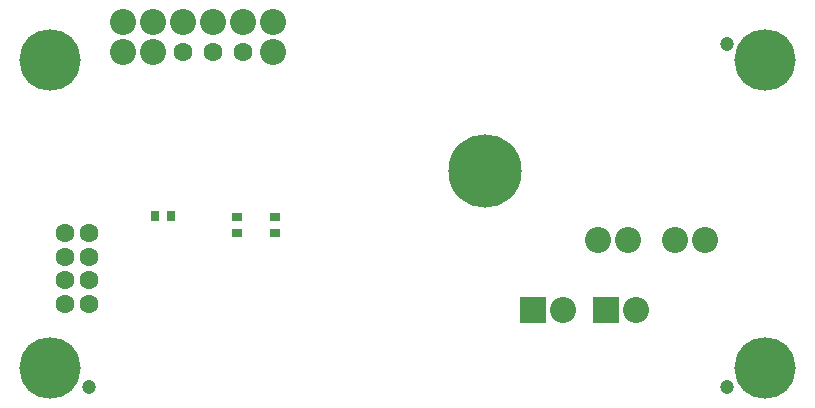
<source format=gts>
G04 Layer_Color=8388736*
%FSLAX44Y44*%
%MOMM*%
G71*
G01*
G75*
%ADD23C,1.2000*%
%ADD24R,0.9000X0.8000*%
%ADD25R,0.8000X0.9000*%
%ADD26C,2.2032*%
%ADD27C,1.6032*%
%ADD28R,2.2032X2.2032*%
%ADD29C,5.2032*%
%ADD30C,6.2032*%
D23*
X611070Y302758D02*
D03*
Y12758D02*
D03*
X71070D02*
D03*
D24*
X196618Y142665D02*
D03*
Y156665D02*
D03*
X228954Y142665D02*
D03*
Y156665D02*
D03*
D25*
X140806Y157109D02*
D03*
X126806D02*
D03*
D26*
X99739Y321377D02*
D03*
Y295977D02*
D03*
X125139Y321377D02*
D03*
Y295977D02*
D03*
X150539Y321377D02*
D03*
X175939D02*
D03*
X201339D02*
D03*
X226739Y295977D02*
D03*
Y321377D02*
D03*
X527149Y136673D02*
D03*
X501749D02*
D03*
X592649D02*
D03*
X567249D02*
D03*
X534290Y77841D02*
D03*
X472752Y77963D02*
D03*
D27*
X150539Y295977D02*
D03*
X175939D02*
D03*
X201339D02*
D03*
X51070Y82758D02*
D03*
X71070D02*
D03*
X51070Y102758D02*
D03*
X71070D02*
D03*
X51070Y122758D02*
D03*
X71070D02*
D03*
X51070Y142758D02*
D03*
X71070D02*
D03*
D28*
X508890Y77841D02*
D03*
X447352Y77963D02*
D03*
D29*
X643230Y28958D02*
D03*
X38230Y28958D02*
D03*
X643230Y288958D02*
D03*
X38230D02*
D03*
D30*
X406749Y195673D02*
D03*
M02*

</source>
